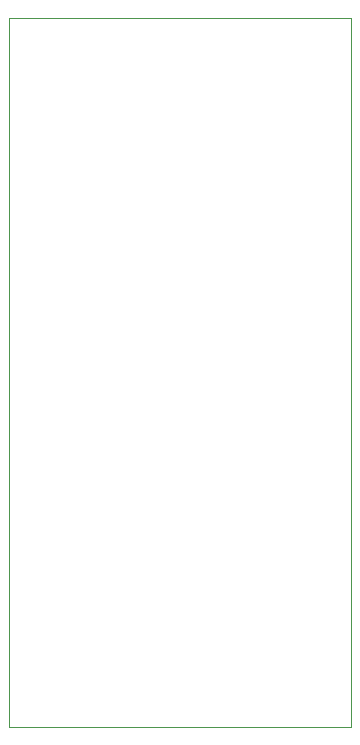
<source format=gm1>
G04 #@! TF.GenerationSoftware,KiCad,Pcbnew,6.0.10+dfsg-1~bpo11+1*
G04 #@! TF.CreationDate,2023-02-18T13:33:13+00:00*
G04 #@! TF.ProjectId,RP2040-VCO,52503230-3430-42d5-9643-4f2e6b696361,rev?*
G04 #@! TF.SameCoordinates,Original*
G04 #@! TF.FileFunction,Profile,NP*
%FSLAX46Y46*%
G04 Gerber Fmt 4.6, Leading zero omitted, Abs format (unit mm)*
G04 Created by KiCad (PCBNEW 6.0.10+dfsg-1~bpo11+1) date 2023-02-18 13:33:13*
%MOMM*%
%LPD*%
G01*
G04 APERTURE LIST*
G04 #@! TA.AperFunction,Profile*
%ADD10C,0.050000*%
G04 #@! TD*
G04 APERTURE END LIST*
D10*
X63700000Y-47500000D02*
X63700000Y-107500000D01*
X34700000Y-47500000D02*
X34700000Y-107500000D01*
X34700000Y-107500000D02*
X63700000Y-107500000D01*
X34700000Y-47500000D02*
X63700000Y-47500000D01*
M02*

</source>
